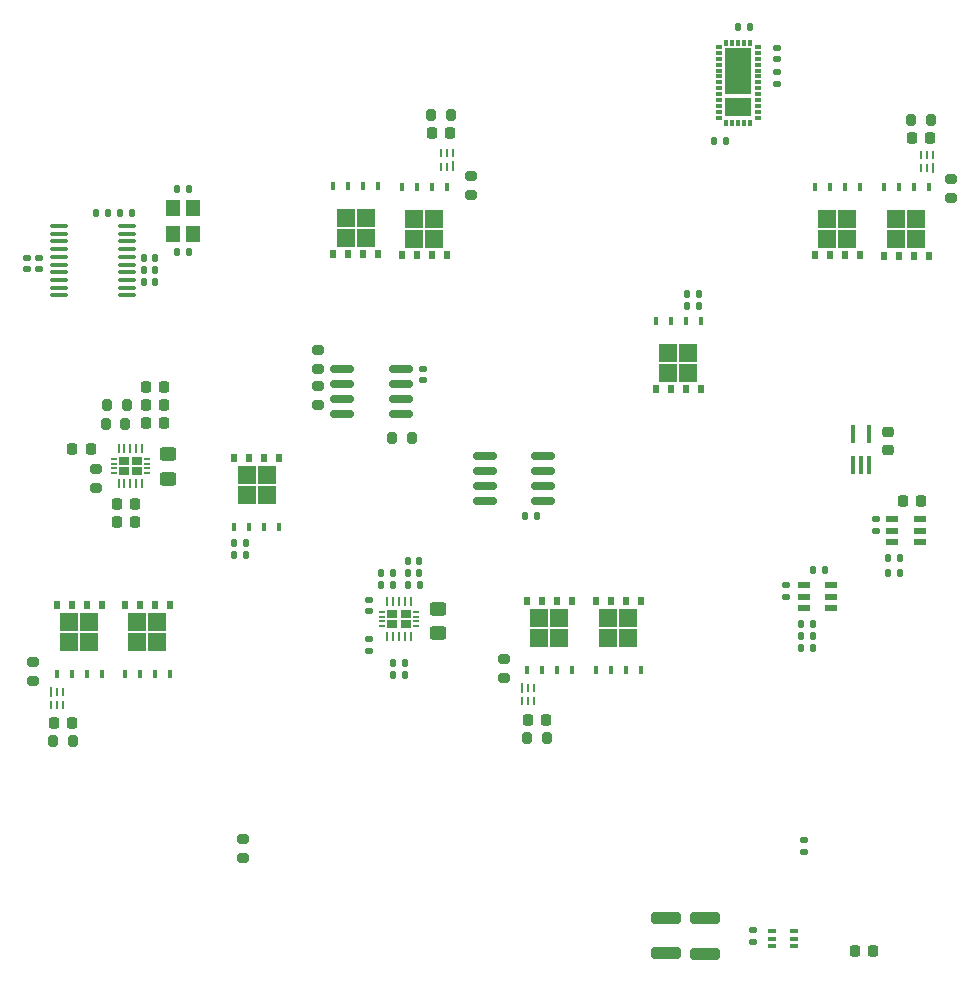
<source format=gbp>
G04 #@! TF.GenerationSoftware,KiCad,Pcbnew,(6.0.7)*
G04 #@! TF.CreationDate,2023-05-04T15:31:31-04:00*
G04 #@! TF.ProjectId,battery_board_v2,62617474-6572-4795-9f62-6f6172645f76,rev?*
G04 #@! TF.SameCoordinates,Original*
G04 #@! TF.FileFunction,Paste,Bot*
G04 #@! TF.FilePolarity,Positive*
%FSLAX46Y46*%
G04 Gerber Fmt 4.6, Leading zero omitted, Abs format (unit mm)*
G04 Created by KiCad (PCBNEW (6.0.7)) date 2023-05-04 15:31:31*
%MOMM*%
%LPD*%
G01*
G04 APERTURE LIST*
G04 Aperture macros list*
%AMRoundRect*
0 Rectangle with rounded corners*
0 $1 Rounding radius*
0 $2 $3 $4 $5 $6 $7 $8 $9 X,Y pos of 4 corners*
0 Add a 4 corners polygon primitive as box body*
4,1,4,$2,$3,$4,$5,$6,$7,$8,$9,$2,$3,0*
0 Add four circle primitives for the rounded corners*
1,1,$1+$1,$2,$3*
1,1,$1+$1,$4,$5*
1,1,$1+$1,$6,$7*
1,1,$1+$1,$8,$9*
0 Add four rect primitives between the rounded corners*
20,1,$1+$1,$2,$3,$4,$5,0*
20,1,$1+$1,$4,$5,$6,$7,0*
20,1,$1+$1,$6,$7,$8,$9,0*
20,1,$1+$1,$8,$9,$2,$3,0*%
G04 Aperture macros list end*
%ADD10RoundRect,0.225000X0.225000X0.250000X-0.225000X0.250000X-0.225000X-0.250000X0.225000X-0.250000X0*%
%ADD11RoundRect,0.200000X0.275000X-0.200000X0.275000X0.200000X-0.275000X0.200000X-0.275000X-0.200000X0*%
%ADD12R,1.200000X1.400000*%
%ADD13O,0.230000X0.800000*%
%ADD14R,0.230000X0.230000*%
%ADD15R,0.600000X0.150000*%
%ADD16R,0.600000X0.230000*%
%ADD17R,0.900000X0.650000*%
%ADD18RoundRect,0.225000X-0.225000X-0.250000X0.225000X-0.250000X0.225000X0.250000X-0.225000X0.250000X0*%
%ADD19RoundRect,0.135000X-0.135000X-0.185000X0.135000X-0.185000X0.135000X0.185000X-0.135000X0.185000X0*%
%ADD20RoundRect,0.150000X-0.825000X-0.150000X0.825000X-0.150000X0.825000X0.150000X-0.825000X0.150000X0*%
%ADD21R,1.500000X1.500000*%
%ADD22R,0.500000X0.750000*%
%ADD23R,0.400000X0.750000*%
%ADD24RoundRect,0.225000X0.250000X-0.225000X0.250000X0.225000X-0.250000X0.225000X-0.250000X-0.225000X0*%
%ADD25RoundRect,0.135000X-0.185000X0.135000X-0.185000X-0.135000X0.185000X-0.135000X0.185000X0.135000X0*%
%ADD26RoundRect,0.135000X0.135000X0.185000X-0.135000X0.185000X-0.135000X-0.185000X0.135000X-0.185000X0*%
%ADD27R,0.280000X0.850000*%
%ADD28R,0.280000X0.750000*%
%ADD29RoundRect,0.200000X-0.200000X-0.275000X0.200000X-0.275000X0.200000X0.275000X-0.200000X0.275000X0*%
%ADD30RoundRect,0.218750X0.218750X0.256250X-0.218750X0.256250X-0.218750X-0.256250X0.218750X-0.256250X0*%
%ADD31RoundRect,0.200000X-0.275000X0.200000X-0.275000X-0.200000X0.275000X-0.200000X0.275000X0.200000X0*%
%ADD32RoundRect,0.140000X0.170000X-0.140000X0.170000X0.140000X-0.170000X0.140000X-0.170000X-0.140000X0*%
%ADD33RoundRect,0.250000X0.450000X-0.325000X0.450000X0.325000X-0.450000X0.325000X-0.450000X-0.325000X0*%
%ADD34RoundRect,0.140000X-0.140000X-0.170000X0.140000X-0.170000X0.140000X0.170000X-0.140000X0.170000X0*%
%ADD35RoundRect,0.135000X0.185000X-0.135000X0.185000X0.135000X-0.185000X0.135000X-0.185000X-0.135000X0*%
%ADD36R,0.400000X1.500000*%
%ADD37RoundRect,0.147500X-0.147500X-0.172500X0.147500X-0.172500X0.147500X0.172500X-0.147500X0.172500X0*%
%ADD38RoundRect,0.039900X0.455100X0.245100X-0.455100X0.245100X-0.455100X-0.245100X0.455100X-0.245100X0*%
%ADD39RoundRect,0.039900X-0.455100X-0.245100X0.455100X-0.245100X0.455100X0.245100X-0.455100X0.245100X0*%
%ADD40RoundRect,0.140000X0.140000X0.170000X-0.140000X0.170000X-0.140000X-0.170000X0.140000X-0.170000X0*%
%ADD41RoundRect,0.200000X0.200000X0.275000X-0.200000X0.275000X-0.200000X-0.275000X0.200000X-0.275000X0*%
%ADD42RoundRect,0.140000X-0.170000X0.140000X-0.170000X-0.140000X0.170000X-0.140000X0.170000X0.140000X0*%
%ADD43RoundRect,0.229494X-1.020506X0.269406X-1.020506X-0.269406X1.020506X-0.269406X1.020506X0.269406X0*%
%ADD44R,0.660000X0.300000*%
%ADD45RoundRect,0.100000X0.637500X0.100000X-0.637500X0.100000X-0.637500X-0.100000X0.637500X-0.100000X0*%
%ADD46RoundRect,0.009000X-0.244700X-0.141000X0.244700X-0.141000X0.244700X0.141000X-0.244700X0.141000X0*%
%ADD47RoundRect,0.009000X0.141000X-0.244700X0.141000X0.244700X-0.141000X0.244700X-0.141000X-0.244700X0*%
%ADD48RoundRect,0.050000X1.075000X-1.868000X1.075000X1.868000X-1.075000X1.868000X-1.075000X-1.868000X0*%
%ADD49RoundRect,0.050000X1.075000X-0.707000X1.075000X0.707000X-1.075000X0.707000X-1.075000X-0.707000X0*%
G04 APERTURE END LIST*
D10*
X161303000Y-122174000D03*
X159753000Y-122174000D03*
D11*
X141986000Y-92519000D03*
X141986000Y-90869000D03*
D12*
X131406000Y-78826000D03*
X131406000Y-81026000D03*
X129706000Y-81026000D03*
X129706000Y-78826000D03*
D13*
X149850000Y-115125000D03*
D14*
X149850000Y-115410000D03*
X149350000Y-115410000D03*
D13*
X149350000Y-115125000D03*
X148850000Y-115125000D03*
D14*
X148850000Y-115410000D03*
X148350000Y-115410000D03*
D13*
X148350000Y-115125000D03*
D14*
X147850000Y-115410000D03*
D13*
X147850000Y-115125000D03*
D14*
X147850000Y-111890000D03*
D13*
X147850000Y-112175000D03*
D14*
X148350000Y-111890000D03*
D13*
X148350000Y-112175000D03*
D14*
X148850000Y-111890000D03*
D13*
X148850000Y-112175000D03*
X149350000Y-112175000D03*
D14*
X149350000Y-111890000D03*
X149850000Y-111890000D03*
D13*
X149850000Y-112175000D03*
D15*
X147425000Y-113850000D03*
D16*
X150275000Y-113050000D03*
D17*
X149410000Y-113215000D03*
D16*
X147425000Y-113050000D03*
X147425000Y-114250000D03*
X147425000Y-113450000D03*
D15*
X147425000Y-114250000D03*
D17*
X149410000Y-114085000D03*
D15*
X150275000Y-114250000D03*
X150275000Y-113850000D03*
X150275000Y-113050000D03*
D16*
X150275000Y-113850000D03*
D15*
X147425000Y-113050000D03*
D16*
X147425000Y-113850000D03*
X150275000Y-114250000D03*
D17*
X148290000Y-114085000D03*
D15*
X147425000Y-113450000D03*
X150275000Y-113450000D03*
D17*
X148290000Y-113215000D03*
D16*
X150275000Y-113450000D03*
D18*
X127425000Y-95504000D03*
X128975000Y-95504000D03*
D19*
X147318000Y-110744000D03*
X148338000Y-110744000D03*
D20*
X144060000Y-96266000D03*
X144060000Y-94996000D03*
X144060000Y-93726000D03*
X144060000Y-92456000D03*
X149010000Y-92456000D03*
X149010000Y-93726000D03*
X149010000Y-94996000D03*
X149010000Y-96266000D03*
D21*
X162394000Y-113562000D03*
X160694000Y-115262000D03*
D22*
X159639000Y-112157000D03*
D21*
X160694000Y-113562000D03*
X162394000Y-115262000D03*
D22*
X163449000Y-112157000D03*
X162179000Y-112157000D03*
X160909000Y-112157000D03*
D23*
X163449000Y-117962000D03*
X162179000Y-117962000D03*
X160909000Y-117962000D03*
X159639000Y-117962000D03*
D24*
X190246000Y-99327000D03*
X190246000Y-97777000D03*
D25*
X189230000Y-105154000D03*
X189230000Y-106174000D03*
X181610000Y-110742000D03*
X181610000Y-111762000D03*
D19*
X190244000Y-109728000D03*
X191264000Y-109728000D03*
D26*
X183898000Y-114046000D03*
X182878000Y-114046000D03*
D27*
X153408000Y-75307000D03*
D28*
X152908000Y-75357000D03*
X152408000Y-75357000D03*
X152408000Y-74207000D03*
X152908000Y-74207000D03*
X153408000Y-74207000D03*
D29*
X192215000Y-71374000D03*
X193865000Y-71374000D03*
D30*
X189001500Y-141732000D03*
X187426500Y-141732000D03*
D22*
X150329000Y-82861000D03*
D21*
X150114000Y-79756000D03*
X151814000Y-81456000D03*
X151814000Y-79756000D03*
D22*
X151599000Y-82861000D03*
D21*
X150114000Y-81456000D03*
D22*
X152869000Y-82861000D03*
X149059000Y-82861000D03*
D23*
X149059000Y-77056000D03*
X150329000Y-77056000D03*
X151599000Y-77056000D03*
X152869000Y-77056000D03*
D19*
X173226000Y-86106000D03*
X174246000Y-86106000D03*
D31*
X154940000Y-76137000D03*
X154940000Y-77787000D03*
D32*
X150876000Y-93444000D03*
X150876000Y-92484000D03*
D21*
X144350000Y-79668000D03*
X146050000Y-79668000D03*
X144350000Y-81368000D03*
D22*
X147105000Y-82773000D03*
X143295000Y-82773000D03*
X145835000Y-82773000D03*
D21*
X146050000Y-81368000D03*
D22*
X144565000Y-82773000D03*
D23*
X143295000Y-76968000D03*
X144565000Y-76968000D03*
X145835000Y-76968000D03*
X147105000Y-76968000D03*
D27*
X119388000Y-119871000D03*
D28*
X119888000Y-119821000D03*
X120388000Y-119821000D03*
X120388000Y-120971000D03*
X119888000Y-120971000D03*
X119388000Y-120971000D03*
D19*
X182878000Y-115062000D03*
X183898000Y-115062000D03*
D26*
X183898000Y-116078000D03*
X182878000Y-116078000D03*
D33*
X152146000Y-114830000D03*
X152146000Y-112780000D03*
D34*
X149634000Y-110744000D03*
X150594000Y-110744000D03*
D35*
X146304000Y-116334000D03*
X146304000Y-115314000D03*
D31*
X195580000Y-76391000D03*
X195580000Y-78041000D03*
D36*
X188610000Y-100644000D03*
X187960000Y-100644000D03*
X187310000Y-100644000D03*
X187310000Y-97984000D03*
X188610000Y-97984000D03*
D26*
X135892000Y-107188000D03*
X134872000Y-107188000D03*
D37*
X127254000Y-84074000D03*
X128224000Y-84074000D03*
D38*
X185420000Y-110810000D03*
X185420000Y-111760000D03*
X185420000Y-112710000D03*
D39*
X183100000Y-112710000D03*
X183100000Y-111760000D03*
X183100000Y-110810000D03*
D22*
X169291000Y-112157000D03*
X166751000Y-112157000D03*
D21*
X168236000Y-115262000D03*
X166536000Y-115262000D03*
D22*
X165481000Y-112157000D03*
X168021000Y-112157000D03*
D21*
X168236000Y-113562000D03*
X166536000Y-113562000D03*
D23*
X169291000Y-117962000D03*
X168021000Y-117962000D03*
X166751000Y-117962000D03*
X165481000Y-117962000D03*
D26*
X148338000Y-109728000D03*
X147318000Y-109728000D03*
X191264000Y-108458000D03*
X190244000Y-108458000D03*
D21*
X137668000Y-101424000D03*
D22*
X137453000Y-100019000D03*
X138723000Y-100019000D03*
D21*
X137668000Y-103124000D03*
D22*
X134913000Y-100019000D03*
D21*
X135968000Y-101424000D03*
X135968000Y-103124000D03*
D22*
X136183000Y-100019000D03*
D23*
X138723000Y-105824000D03*
X137453000Y-105824000D03*
X136183000Y-105824000D03*
X134913000Y-105824000D03*
D18*
X127425000Y-93980000D03*
X128975000Y-93980000D03*
D10*
X126492000Y-105410000D03*
X124942000Y-105410000D03*
D22*
X125603000Y-112465000D03*
D21*
X128358000Y-113870000D03*
D22*
X129413000Y-112465000D03*
D21*
X128358000Y-115570000D03*
X126658000Y-115570000D03*
X126658000Y-113870000D03*
D22*
X126873000Y-112465000D03*
X128143000Y-112465000D03*
D23*
X129413000Y-118270000D03*
X128143000Y-118270000D03*
X126873000Y-118270000D03*
X125603000Y-118270000D03*
D10*
X122725000Y-99250000D03*
X121175000Y-99250000D03*
D40*
X176502000Y-73152000D03*
X175542000Y-73152000D03*
D41*
X121221000Y-123952000D03*
X119571000Y-123952000D03*
D26*
X135892000Y-108204000D03*
X134872000Y-108204000D03*
D34*
X130076000Y-82550000D03*
X131036000Y-82550000D03*
D19*
X173226000Y-87122000D03*
X174246000Y-87122000D03*
D42*
X117348000Y-83086000D03*
X117348000Y-84046000D03*
D31*
X123220000Y-100935000D03*
X123220000Y-102585000D03*
D21*
X122604000Y-113870000D03*
D22*
X122389000Y-112465000D03*
D21*
X122604000Y-115570000D03*
X120904000Y-113870000D03*
X120904000Y-115570000D03*
D22*
X121119000Y-112465000D03*
X119849000Y-112465000D03*
X123659000Y-112465000D03*
D23*
X123659000Y-118270000D03*
X122389000Y-118270000D03*
X121119000Y-118270000D03*
X119849000Y-118270000D03*
D32*
X180848000Y-66266000D03*
X180848000Y-65306000D03*
D41*
X125675000Y-97100000D03*
X124025000Y-97100000D03*
D29*
X151575000Y-70972000D03*
X153225000Y-70972000D03*
D43*
X171450000Y-138962000D03*
X171450000Y-141962000D03*
D41*
X149923000Y-98298000D03*
X148273000Y-98298000D03*
D35*
X180848000Y-68328000D03*
X180848000Y-67308000D03*
D19*
X125220000Y-79248000D03*
X126240000Y-79248000D03*
D35*
X178816000Y-140972000D03*
X178816000Y-139952000D03*
D44*
X182276000Y-140066000D03*
X182276000Y-140716000D03*
X182276000Y-141366000D03*
X180436000Y-141366000D03*
X180436000Y-140716000D03*
X180436000Y-140066000D03*
D18*
X192265000Y-72898000D03*
X193815000Y-72898000D03*
D34*
X127259000Y-83058000D03*
X128219000Y-83058000D03*
D22*
X187833000Y-82861000D03*
D21*
X186778000Y-81456000D03*
X185078000Y-81456000D03*
D22*
X184023000Y-82861000D03*
X185293000Y-82861000D03*
D21*
X186778000Y-79756000D03*
D22*
X186563000Y-82861000D03*
D21*
X185078000Y-79756000D03*
D23*
X184023000Y-77056000D03*
X185293000Y-77056000D03*
X186563000Y-77056000D03*
X187833000Y-77056000D03*
D43*
X174752000Y-138986000D03*
X174752000Y-141986000D03*
D11*
X117856000Y-118935000D03*
X117856000Y-117285000D03*
D18*
X151625000Y-72496000D03*
X153175000Y-72496000D03*
D35*
X183134000Y-133352000D03*
X183134000Y-132332000D03*
D18*
X127425000Y-97050000D03*
X128975000Y-97050000D03*
D34*
X123218000Y-79248000D03*
X124178000Y-79248000D03*
D31*
X141986000Y-93917000D03*
X141986000Y-95567000D03*
D22*
X192405000Y-82915000D03*
X191135000Y-82915000D03*
D21*
X190920000Y-81510000D03*
D22*
X189865000Y-82915000D03*
D21*
X192620000Y-81510000D03*
X190920000Y-79810000D03*
X192620000Y-79810000D03*
D22*
X193675000Y-82915000D03*
D23*
X189865000Y-77110000D03*
X191135000Y-77110000D03*
X192405000Y-77110000D03*
X193675000Y-77110000D03*
D27*
X159266000Y-119505000D03*
D28*
X159766000Y-119455000D03*
X160266000Y-119455000D03*
X160266000Y-120605000D03*
X159766000Y-120605000D03*
X159266000Y-120605000D03*
D11*
X135636000Y-133921000D03*
X135636000Y-132271000D03*
D10*
X126492000Y-103886000D03*
X124942000Y-103886000D03*
D22*
X173101000Y-94203000D03*
X171831000Y-94203000D03*
X174371000Y-94203000D03*
D21*
X173316000Y-92798000D03*
X171616000Y-92798000D03*
D22*
X170561000Y-94203000D03*
D21*
X173316000Y-91098000D03*
X171616000Y-91098000D03*
D23*
X170561000Y-88398000D03*
X171831000Y-88398000D03*
X173101000Y-88398000D03*
X174371000Y-88398000D03*
D41*
X161353000Y-123698000D03*
X159703000Y-123698000D03*
D29*
X124143000Y-95504000D03*
X125793000Y-95504000D03*
D40*
X149324000Y-117348000D03*
X148364000Y-117348000D03*
D11*
X157734000Y-118681000D03*
X157734000Y-117031000D03*
D45*
X125798500Y-80387000D03*
X125798500Y-81037000D03*
X125798500Y-81687000D03*
X125798500Y-82337000D03*
X125798500Y-82987000D03*
X125798500Y-83637000D03*
X125798500Y-84287000D03*
X125798500Y-84937000D03*
X125798500Y-85587000D03*
X125798500Y-86237000D03*
X120073500Y-86237000D03*
X120073500Y-85587000D03*
X120073500Y-84937000D03*
X120073500Y-84287000D03*
X120073500Y-83637000D03*
X120073500Y-82987000D03*
X120073500Y-82337000D03*
X120073500Y-81687000D03*
X120073500Y-81037000D03*
X120073500Y-80387000D03*
D40*
X131036000Y-77216000D03*
X130076000Y-77216000D03*
D27*
X194048000Y-75455000D03*
D28*
X193548000Y-75505000D03*
X193048000Y-75505000D03*
X193048000Y-74355000D03*
X193548000Y-74355000D03*
X194048000Y-74355000D03*
D42*
X118364000Y-83086000D03*
X118364000Y-84046000D03*
D34*
X149606000Y-109728000D03*
X150566000Y-109728000D03*
D18*
X191503000Y-103632000D03*
X193053000Y-103632000D03*
D34*
X183924000Y-109474000D03*
X184884000Y-109474000D03*
D33*
X129320000Y-101755000D03*
X129320000Y-99705000D03*
D20*
X156086000Y-103632000D03*
X156086000Y-102362000D03*
X156086000Y-101092000D03*
X156086000Y-99822000D03*
X161036000Y-99822000D03*
X161036000Y-101092000D03*
X161036000Y-102362000D03*
X161036000Y-103632000D03*
D42*
X146304000Y-112042000D03*
X146304000Y-113002000D03*
D40*
X160500000Y-104902000D03*
X159540000Y-104902000D03*
X128219000Y-85090000D03*
X127259000Y-85090000D03*
X178534000Y-63500000D03*
X177574000Y-63500000D03*
D46*
X175895000Y-71218200D03*
X175895000Y-70716200D03*
X175895000Y-70216200D03*
X175895000Y-69716200D03*
X175895000Y-69215000D03*
X175895000Y-68713000D03*
X175895000Y-68213000D03*
X175895000Y-67713000D03*
X175895000Y-67255800D03*
X175895000Y-66753800D03*
X175895000Y-66253800D03*
X175895000Y-65753800D03*
X175895000Y-65252600D03*
D47*
X176504600Y-64846200D03*
X177004600Y-64846200D03*
X177504600Y-64846200D03*
X178028600Y-64846200D03*
X178528600Y-64846200D03*
D46*
X179247800Y-65252600D03*
X179247800Y-65753800D03*
X179247800Y-66253800D03*
X179247800Y-66753800D03*
X179247800Y-67255800D03*
X179247800Y-67713000D03*
X179247800Y-68213000D03*
X179247800Y-68713000D03*
X179247800Y-69215000D03*
X179247800Y-69716200D03*
X179247800Y-70216200D03*
X179247800Y-70716200D03*
X179247800Y-71218200D03*
D47*
X178528600Y-71653400D03*
X178028600Y-71653400D03*
X177504600Y-71653400D03*
X177004600Y-71653400D03*
X176504600Y-71653400D03*
D48*
X177571400Y-67284600D03*
D49*
X177571400Y-70332600D03*
D13*
X127100000Y-102175000D03*
D14*
X127100000Y-102460000D03*
X126600000Y-102460000D03*
D13*
X126600000Y-102175000D03*
D14*
X126100000Y-102460000D03*
D13*
X126100000Y-102175000D03*
D14*
X125600000Y-102460000D03*
D13*
X125600000Y-102175000D03*
D14*
X125100000Y-102460000D03*
D13*
X125100000Y-102175000D03*
D14*
X125100000Y-98940000D03*
D13*
X125100000Y-99225000D03*
D14*
X125600000Y-98940000D03*
D13*
X125600000Y-99225000D03*
D14*
X126100000Y-98940000D03*
D13*
X126100000Y-99225000D03*
D14*
X126600000Y-98940000D03*
D13*
X126600000Y-99225000D03*
X127100000Y-99225000D03*
D14*
X127100000Y-98940000D03*
D15*
X124675000Y-100500000D03*
X127525000Y-100900000D03*
D16*
X124675000Y-100100000D03*
X124675000Y-100900000D03*
D17*
X125540000Y-101135000D03*
D16*
X127525000Y-100100000D03*
D17*
X126660000Y-101135000D03*
D16*
X124675000Y-101300000D03*
D15*
X127525000Y-101300000D03*
D16*
X127525000Y-101300000D03*
D15*
X124675000Y-100100000D03*
X127525000Y-100500000D03*
D17*
X126660000Y-100265000D03*
D15*
X127525000Y-100100000D03*
D16*
X127525000Y-100900000D03*
X127525000Y-100500000D03*
D17*
X125540000Y-100265000D03*
D15*
X124675000Y-100900000D03*
D16*
X124675000Y-100500000D03*
D15*
X124675000Y-101300000D03*
D38*
X192930000Y-105222000D03*
X192930000Y-106172000D03*
X192930000Y-107122000D03*
D39*
X190610000Y-107122000D03*
X190610000Y-106172000D03*
X190610000Y-105222000D03*
D10*
X121171000Y-122428000D03*
X119621000Y-122428000D03*
D34*
X149606000Y-108712000D03*
X150566000Y-108712000D03*
D40*
X149324000Y-118364000D03*
X148364000Y-118364000D03*
M02*

</source>
